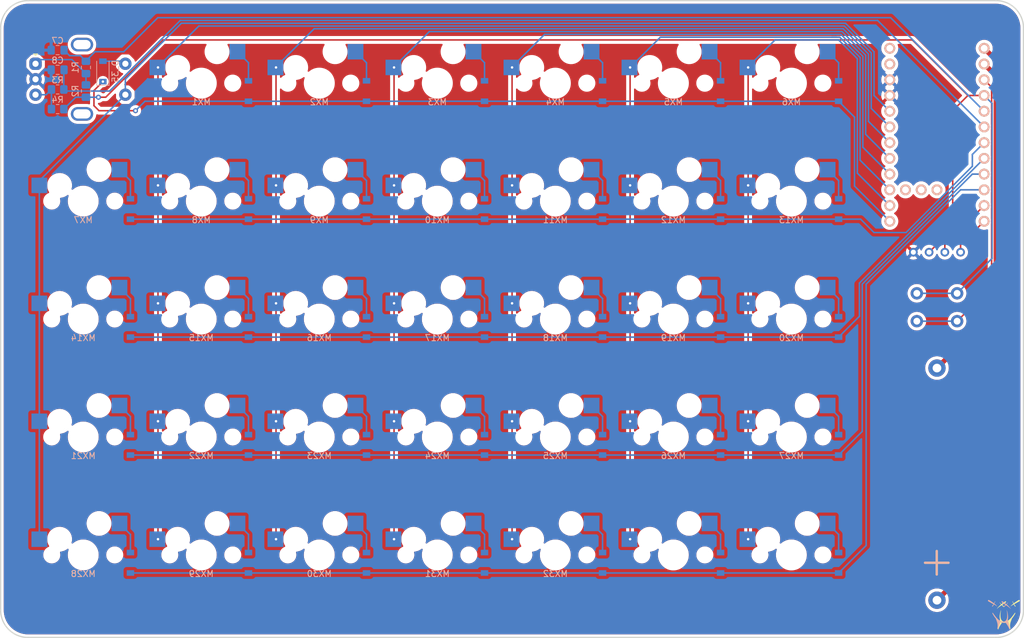
<source format=kicad_pcb>
(kicad_pcb (version 20211014) (generator pcbnew)
  (layers (0 "F.Cu" signal) (31 "B.Cu" signal) (34 "B.Paste" user) (35 "F.Paste" user) (36 "B.SilkS" user "B.Silkscreen") (37 "F.SilkS" user "F.Silkscreen") (38 "B.Mask" user) (39 "F.Mask" user) (44 "Edge.Cuts" user))
  (net 0 "")
  (net 1 "Net-(BATT1-Pad1)")
  (net 2 "Net-(BATT1-Pad2)")
  (net 3 "VCC")
  (net 4 "Net-(R1-Pad2)")
  (net 5 "Net-(SW1-Pad2)")
  (net 9 "Earth")
  (net 12 "row0")
  (net 13 "row1")
  (net 14 "row2")
  (net 15 "row3")
  (net 16 "row4")
  (net 17 "col1")
  (net 18 "col2")
  (net 19 "col3")
  (net 20 "col4")
  (net 21 "col5")
  (net 22 "col6")
  (net 23 "col0")
  (net 24 "Net-(OLED1-Pad3)")
  (net 25 "Net-(OLED1-Pad4)")
  (net 26 "Net-(D_1-Pad2)")
  (net 27 "Net-(D_2-Pad2)")
  (net 28 "Net-(D_3-Pad2)")
  (net 29 "Net-(D_4-Pad2)")
  (net 30 "Net-(R3-Pad1)")
  (net 31 "Net-(D_5-Pad2)")
  (net 32 "Net-(D_6-Pad2)")
  (net 33 "Net-(D_7-Pad2)")
  (net 34 "Net-(D_8-Pad2)")
  (net 35 "Net-(D_9-Pad2)")
  (net 36 "Net-(D_10-Pad2)")
  (net 37 "Net-(D_11-Pad2)")
  (net 38 "Net-(D_12-Pad2)")
  (net 39 "Net-(D_13-Pad2)")
  (net 40 "Net-(D_14-Pad2)")
  (net 41 "Net-(D_15-Pad2)")
  (net 42 "Net-(D_16-Pad2)")
  (net 43 "Net-(D_17-Pad2)")
  (net 44 "Net-(D_18-Pad2)")
  (net 45 "Net-(D_19-Pad2)")
  (net 46 "Net-(D_20-Pad2)")
  (net 47 "Net-(D_21-Pad2)")
  (net 48 "Net-(D_22-Pad2)")
  (net 49 "Net-(D_23-Pad2)")
  (net 50 "Net-(D_24-Pad2)")
  (net 51 "Net-(D_25-Pad2)")
  (net 52 "Net-(D_26-Pad2)")
  (net 53 "Net-(D_27-Pad2)")
  (net 54 "Net-(D_28-Pad2)")
  (net 55 "Net-(D_29-Pad2)")
  (net 56 "Net-(D_30-Pad2)")
  (net 57 "Net-(D_31-Pad2)")
  (net 58 "Net-(D_32-Pad2)")
  (net 59 "Net-(D_33-Pad2)")
  (net 60 "Net-(D_34-Pad2)")
  (net 61 "P0.31")
  (net 62 "P0.29")
  (net 63 "Net-(RE1-PadS2)")
  (footprint "MX_Only:MXOnly-1U-Hotswap-NoLED" (layer "F.Cu") (at 135.89 123.19)
    (fp_text reference "MX33")
    (fp_text value "MX-NoLED")
  )
  (footprint "MX_Only:MXOnly-1U-Hotswap-NoLED" (layer "F.Cu") (at 97.79 123.19)
    (fp_text reference "MX31")
    (fp_text value "MX-NoLED")
  )
  (footprint "MX_Only:MXOnly-1U-Hotswap-NoLED" (layer "F.Cu") (at 59.69 104.14)
    (fp_text reference "MX22")
    (fp_text value "MX-NoLED")
  )
  (footprint "MX_Only:MXOnly-1U-Hotswap-NoLED" (layer "F.Cu") (at 116.84 66.04)
    (fp_text reference "MX11")
    (fp_text value "MX-NoLED")
  )
  (footprint "Logos:Logo" (layer "F.Cu") (at 189.865 132.715)
    (fp_text reference "REF**" hide)
    (fp_text value "Logo" hide)
  )
  (footprint "yuchi_kbd_lib:OLED_4Pin" (layer "F.Cu") (at 178.425 74.295)
    (fp_text reference "OLED1" hide)
    (fp_text value "Conn_01x04" hide)
  )
  (footprint "MX_Only:MXOnly-1U-Hotswap-NoLED" (layer "F.Cu") (at 78.74 123.19)
    (fp_text reference "MX30")
    (fp_text value "MX-NoLED")
  )
  (footprint "MX_Only:MXOnly-1U-Hotswap-NoLED" (layer "F.Cu") (at 78.74 85.09)
    (fp_text reference "MX16")
    (fp_text value "MX-NoLED")
  )
  (footprint "MX_Only:MXOnly-1U-Hotswap-NoLED" (layer "F.Cu") (at 135.89 104.14)
    (fp_text reference "MX26")
    (fp_text value "MX-NoLED")
  )
  (footprint "MX_Only:MXOnly-1U-Hotswap-NoLED" (layer "F.Cu") (at 135.89 66.04)
    (fp_text reference "MX12")
    (fp_text value "MX-NoLED")
  )
  (footprint "MX_Only:MXOnly-1U-Hotswap-NoLED" (layer "F.Cu") (at 154.94 46.99)
    (fp_text reference "MX6")
    (fp_text value "MX-NoLED")
  )
  (footprint "MX_Only:MXOnly-1U-Hotswap-NoLED" (layer "F.Cu") (at 154.94 104.14)
    (fp_text reference "MX27")
    (fp_text value "MX-NoLED")
  )
  (footprint "MX_Only:MXOnly-1U-Hotswap-NoLED" (layer "F.Cu") (at 154.94 85.09)
    (fp_text reference "MX20")
    (fp_text value "MX-NoLED")
  )
  (footprint "MX_Only:MXOnly-1U-Hotswap-NoLED" (layer "F.Cu") (at 40.64 85.09)
    (fp_text reference "MX14")
    (fp_text value "MX-NoLED")
  )
  (footprint "MX_Only:MXOnly-1U-Hotswap-NoLED" (layer "F.Cu") (at 116.84 104.14)
    (fp_text reference "MX25")
    (fp_text value "MX-NoLED")
  )
  (footprint "Rotary_Encoder:RotaryEncoder_Alps_EC11E-Switch_Vertical_H20mm" (layer "F.Cu") (at 32.94 43.855)
    (fp_text reference "RE1" hide)
    (fp_text value "RotaryEncoder_Switch")
  )
  (footprint "MX_Only:MXOnly-1U-Hotswap-NoLED" (layer "F.Cu") (at 40.64 104.14)
    (fp_text reference "MX21")
    (fp_text value "MX-NoLED")
  )
  (footprint "MX_Only:MXOnly-1U-Hotswap-NoLED" (layer "F.Cu") (at 135.89 85.09)
    (fp_text reference "MX19")
    (fp_text value "MX-NoLED")
  )
  (footprint "MX_Only:MXOnly-1U-Hotswap-NoLED" (layer "F.Cu") (at 154.94 123.19)
    (fp_text reference "MX34")
    (fp_text value "MX-NoLED")
  )
  (footprint "MX_Only:MXOnly-1U-Hotswap-NoLED" (layer "F.Cu") (at 40.64 66.04)
    (fp_text reference "MX7")
    (fp_text value "MX-NoLED")
  )
  (footprint "MX_Only:MXOnly-1U-Hotswap-NoLED" (layer "F.Cu") (at 59.69 66.04)
    (fp_text reference "MX8")
    (fp_text value "MX-NoLED")
  )
  (footprint "nice-nano-kicad-master:nice_nano" (layer "F.Cu") (at 178.435 55.32675 -90)
    (fp_text reference "U1" hide)
    (fp_text value "nice_nano" hide)
  )
  (footprint "MX_Only:MXOnly-1U-Hotswap-NoLED" (layer "F.Cu") (at 78.74 66.04)
    (fp_text reference "MX9")
    (fp_text value "MX-NoLED")
  )
  (footprint "MX_Only:MXOnly-1U-Hotswap-NoLED" (layer "F.Cu") (at 97.79 104.14)
    (fp_text reference "MX24")
    (fp_text value "MX-NoLED")
  )
  (footprint "MX_Only:MXOnly-1U-Hotswap-NoLED" (layer "F.Cu") (at 59.69 46.99)
    (fp_text reference "MX1")
    (fp_text value "MX-NoLED")
  )
  (footprint "MX_Only:MXOnly-1U-Hotswap-NoLED" (layer "F.Cu") (at 97.79 46.99)
    (fp_text reference "MX3")
    (fp_text value "MX-NoLED")
  )
  (footprint "MX_Only:MXOnly-1U-Hotswap-NoLED" (layer "F.Cu") (at 97.79 85.09)
    (fp_text reference "MX17")
    (fp_text value "MX-NoLED")
  )
  (footprint "MX_Only:MXOnly-1U-Hotswap-NoLED" (layer "F.Cu") (at 59.69 123.19)
    (fp_text reference "MX29")
    (fp_text value "MX-NoLED")
  )
  (footprint "Button_Switch_THT:SW_PUSH_6mm_H5mm" (layer "F.Cu") (at 175.185 80.935)
    (fp_text reference "SW1" hide)
    (fp_text value "SW_Push_Dual")
  )
  (footprint "MX_Only:MXOnly-1U-Hotswap-NoLED" (layer "F.Cu") (at 97.79 66.04)
    (fp_text reference "MX10")
    (fp_text value "MX-NoLED")
  )
  (footprint "MX_Only:MXOnly-1U-Hotswap-NoLED" (layer "F.Cu") (at 154.94 66.04)
    (fp_text reference "MX13")
    (fp_text value "MX-NoLED")
  )
  (footprint "MX_Only:MXOnly-1U-Hotswap-NoLED" (layer "F.Cu") (at 40.64 123.19)
    (fp_text reference "MX28")
    (fp_text value "MX-NoLED")
  )
  (footprint "Capacitor_THT:C_Rect_L41.5mm_W20.0mm_P37.50mm_MKS4" (layer "F.Cu") (at 178.435 93.01 -90)
    (fp_text reference "BATT1" hide)
    (fp_text value "Conn_02x01")
  )
  (footprint "MX_Only:MXOnly-1U-Hotswap-NoLED" (layer "F.Cu") (at 59.69 85.09)
    (fp_text reference "MX15")
    (fp_text value "MX-NoLED")
  )
  (footprint "MX_Only:MXOnly-1U-Hotswap-NoLED" (layer "F.Cu") (at 78.74 104.14)
    (fp_text reference "MX23")
    (fp_text value "MX-NoLED")
  )
  (footprint "MX_Only:MXOnly-1U-Hotswap-NoLED" (layer "F.Cu") (at 135.89 46.99)
    (fp_text reference "MX5")
    (fp_text value "MX-NoLED")
  )
  (footprint "MX_Only:MXOnly-1U-Hotswap-NoLED" (layer "F.Cu") (at 116.84 123.19)
    (fp_text reference "MX32")
    (fp_text value "MX-NoLED")
  )
  (footprint "MX_Only:MXOnly-1U-Hotswap-NoLED" (layer "F.Cu") (at 116.84 85.09)
    (fp_text reference "MX18")
    (fp_text value "MX-NoLED")
  )
  (footprint "MX_Only:MXOnly-1U-Hotswap-NoLED" (layer "F.Cu") (at 78.74 46.99)
    (fp_text reference "MX2")
    (fp_text value "MX-NoLED")
  )
  (footprint "MX_Only:MXOnly-1U-Hotswap-NoLED" (layer "F.Cu") (at 116.84 46.99)
    (fp_text reference "MX4")
    (fp_text value "MX-NoLED")
  )
  (footprint "Diode_SMD:D_SOD-123" (layer "B.Cu") (at 86.36 105.41 90)
    (fp_text reference "D_23" hide)
    (fp_text value "D")
  )
  (footprint "Resistor_SMD:R_0805_2012Metric_Pad1.20x1.40mm_HandSolder" (layer "B.Cu") (at 36.507 51.181 180)
    (fp_text reference "R4")
    (fp_text value "R_Small")
  )
  (footprint "Diode_SMD:D_SOD-123" (layer "B.Cu") (at 67.31 105.41 90)
    (fp_text reference "D_22" hide)
    (fp_text value "D")
  )
  (footprint "Diode_SMD:D_SOD-123" (layer "B.Cu") (at 124.46 67.31 90)
    (fp_text reference "D_11" hide)
    (fp_text value "D")
  )
  (footprint "Diode_SMD:D_SOD-123" (layer "B.Cu") (at 48.26 124.46 90)
    (fp_text reference "D_28" hide)
    (fp_text value "D")
  )
  (footprint "Diode_SMD:D_SOD-123" (layer "B.Cu") (at 143.51 86.36 90)
    (fp_text reference "D_19" hide)
    (fp_text value "D")
  )
  (footprint "Diode_SMD:D_SOD-123" (layer "B.Cu") (at 67.31 48.26 90)
    (fp_text reference "D_1" hide)
    (fp_text value "D")
  )
  (footprint "Diode_SMD:D_SOD-123" (layer "B.Cu") (at 48.26 105.41 90)
    (fp_text reference "D_21" hide)
    (fp_text value "D")
  )
  (footprint "Diode_SMD:D_SOD-123" (layer "B.Cu") (at 162.56 86.36 90)
    (fp_text reference "D_20" hide)
    (fp_text value "D")
  )
  (footprint "Diode_SMD:D_SOD-123" (layer "B.Cu") (at 105.41 105.41 90)
    (fp_text reference "D_24" hide)
    (fp_text value "D")
  )
  (footprint "Diode_SMD:D_SOD-123" (layer "B.Cu") (at 86.36 86.36 90)
    (fp_text reference "D_16" hide)
    (fp_text value "D")
  )
  (footprint "Capacitor_SMD:C_0805_2012Metric_Pad1.18x1.45mm_HandSolder" (layer "B.Cu") (at 36.507 41.656)
    (fp_text reference "C7")
    (fp_text value "C_Small")
  )
  (footprint "Diode_SMD:D_SOD-123" (layer "B.Cu") (at 143.51 67.31 90)
    (fp_text reference "D_12" hide)
    (fp_text value "D")
  )
  (footprint "Diode_SMD:D_SOD-123" (layer "B.Cu") (at 162.56 48.26 90)
    (fp_text reference "D_6" hide)
    (fp_text value "D")
  )
  (footprint "Diode_SMD:D_SOD-123" (layer "B.Cu") (at 48.26 67.31 90)
    (fp_text reference "D_7" hide)
    (fp_text value "D")
  )
  (footprint "Diode_SMD:D_SOD-123" (layer "B.Cu") (at 124.46 48.26 90)
    (fp_text reference "D_4" hide)
    (fp_text value "D")
  )
  (footprint "Diode_SMD:D_SOD-123" (layer "B.Cu") (at 105.41 48.26 90)
    (fp_text reference "D_3" hide)
    (fp_text value "D")
  )
  (footprint "Diode_SMD:D_SOD-123" (layer "B.Cu") (at 67.31 124.46 90)
    (fp_text reference "D_29" hide)
    (fp_text value "D")
  )
  (footprint "Diode_SMD:D_SOD-123" (layer "B.Cu") (at 86.36 67.31 90)
    (fp_text reference "D_9" hide)
    (fp_text value "D")
  )
  (footprint "Diode_SMD:D_SOD-123" (layer "B.Cu") (at 124.46 124.46 90)
    (fp_text reference "D_32" hide)
    (fp_text value "D")
  )
  (footprint "Capacitor_SMD:C_0805_2012Metric_Pad1.18x1.45mm_HandSolder" (layer "B.Cu") (at 36.507 44.831 180)
    (fp_text reference "C8")
    (fp_text value "C_Small")
  )
  (footprint "Diode_SMD:D_SOD-123" (layer "B.Cu") (at 86.36 124.46 90)
    (fp_text reference "D_30" hide)
    (fp_text value "D")
  )
  (footprint "Resistor_SMD:R_0805_2012Metric_Pad1.20x1.40mm_HandSolder" (layer "B.Cu") (at 41.079 44.45 -90)
    (fp_text reference "R1")
    (fp_text value "R_Small")
  )
  (footprint "Diode_SMD:D_SOD-123" (layer "B.Cu") (at 162.56 105.41 90)
    (fp_text reference "D_27" hide)
    (fp_text value "D")
  )
  (footprint "Diode_SMD:D_SOD-123" (layer "B.Cu") (at 67.31 67.31 90)
    (fp_text reference "D_8" hide)
    (fp_text value "D")
  )
  (footprint "Logos:Logo" (layer "B.Cu") (at 188.595 132.715 180)
    (fp_text reference "REF**" hide)
    (fp_text value "Logo" hide)
  )
  (footprint "Diode_SMD:D_SOD-123" (layer "B.Cu") (at 86.36 48.26 90)
    (fp_text reference "D_2" hide)
    (fp_text value "D")
  )
  (footprint "Diode_SMD:D_SOD-123" (layer "B.Cu") (at 43.815 45.085 90)
    (fp_text reference "D_35")
    (fp_text value "D")
  )
  (footprint "Diode_SMD:D_SOD-123" (layer "B.Cu") (at 48.26 86.36 90)
    (fp_text reference "D_14" hide)
    (fp_text value "D")
  )
  (footprint "Diode_SMD:D_SOD-123" (layer "B.Cu") (at 105.41 124.46 90)
    (fp_text reference "D_31" hide)
    (fp_text value "D")
  )
  (footprint "Diode_SMD:D_SOD-123" (layer "B.Cu") (at 124.46 105.41 90)
    (fp_text reference "D_25" hide)
    (fp_text value "D")
  )
  (footprint "Diode_SMD:D_SOD-123" (layer "B.Cu") (at 143.51 124.46 90)
    (fp_text reference "D_33" hide)
    (fp_text value "D")
  )
  (footprint "Resistor_SMD:R_0805_2012Metric_Pad1.20x1.40mm_HandSolder" (layer "B.Cu") (at 36.507 48.006)
    (fp_text reference "R3")
    (fp_text value "R_Small")
  )
  (footprint "Diode_SMD:D_SOD-123" (layer "B.Cu") (at 143.51 48.26 90)
    (fp_text reference "D_5" hide)
    (fp_text value "D")
  )
  (footprint "Diode_SMD:D_SOD-123" (layer "B.Cu") (at 143.51 105.41 90)
    (fp_text reference "D_26" hide)
    (fp_text value "D")
  )
  (footprint "Diode_SMD:D_SOD-123" (layer "B.Cu") (at 162.56 67.31 90)
    (fp_text reference "D_13" hide)
    (fp_text value "D")
  )
  (footprint "Diode_SMD:D_SOD-123" (layer "B.Cu") (at 105.41 67.31 90)
    (fp_text reference "D_10" hide)
    (fp_text value "D")
  )
  (footprint "Diode_SMD:D_SOD-123" (layer "B.Cu") (at 105.41 86.36 90)
    (fp_text reference "D_17" hide)
    (fp_text value "D")
  )
  (footprint "Diode_SMD:D_SOD-123" (layer "B.Cu") (at 67.31 86.36 90)
    (fp_text reference "D_15" hide)
    (fp_text value "D")
  )
  (footprint "Diode_SMD:D_SOD-123" (layer "B.Cu") (at 124.46 86.36 90)
    (fp_text reference "D_18" hide)
    (fp_text value "D")
  )
  (footprint "Resistor_SMD:R_0805_2012Metric_Pad1.20x1.40mm_HandSolder" (layer "B.Cu") (at 41.079 48.26 90)
    (fp_text reference "R2")
    (fp_text value "R_Small")
  )
  (footprint "Diode_SMD:D_SOD-123" (layer "B.Cu") (at 162.56 124.46 90)
    (fp_text reference "D_34" hide)
    (fp_text value "D")
  )
  (gr_arc (start 31.75 136.525) (mid 28.602727 135.227273) (end 27.305 132.08) (layer "Edge.Cuts") (width 0.2))
  (gr_arc (start 192.405 132.08) (mid 191.107487 135.227487) (end 187.96 136.525) (layer "Edge.Cuts") (width 0.2))
  (gr_line (start 187.96 33.655) (end 31.75 33.655) (layer "Edge.Cuts") (width 0.2))
  (gr_arc (start 187.96 33.655) (mid 191.106908 34.953092) (end 192.405 38.1) (layer "Edge.Cuts") (width 0.2))
  (gr_line (start 27.305 38.1) (end 27.305 132.08) (layer "Edge.Cuts") (width 0.2))
  (gr_arc (start 27.305 38.1) (mid 28.60691 34.95691) (end 31.75 33.655) (layer "Edge.Cuts") (width 0.2))
  (gr_line (start 31.75 136.525) (end 187.96 136.525) (layer "Edge.Cuts") (width 0.2))
  (gr_line (start 192.405 132.08) (end 192.405 38.1) (layer "Edge.Cuts") (width 0.2))
  (segment (start 186.055 43.89675) (end 187.980331 45.822081) (width 0.8) (layer "F.Cu") (net 1))
  (segment (start 187.980331 45.822081) (end 187.980331 83.464669) (width 0.8) (layer "F.Cu") (net 1))
  (segment (start 187.980331 83.464669) (end 178.435 93.01) (width 0.8) (layer "F.Cu") (net 1))
  (segment (start 188.97985 119.96515) (end 178.435 130.51) (width 0.8) (layer "F.Cu") (net 2))
  (segment (start 188.97985 44.2816) (end 188.97985 119.96515) (width 0.8) (layer "F.Cu") (net 2))
  (segment (start 186.055 41.35675) (end 188.97985 44.2816) (width 0.8) (layer "F.Cu") (net 2))
  (segment (start 44.27 49.26) (end 53.525 40.005) (width 0.25) (layer "F.Cu") (net 3))
  (segment (start 174.4615 40.005) (end 183.43325 48.97675) (width 0.25) (layer "F.Cu") (net 3))
  (segment (start 53.525 40.005) (end 174.4615 40.005) (width 0.25) (layer "F.Cu") (net 3))
  (segment (start 183.43325 48.97675) (end 186.055 48.97675) (width 0.25) (layer "F.Cu") (net 3))
  (segment (start 180.975 51.435) (end 183.43325 48.97675) (width 0.25) (layer "F.Cu") (net 3))
  (segment (start 43.095 49.26) (end 43.095 49.165) (width 0.25) (layer "F.Cu") (net 3))
  (segment (start 180.975 70.485) (end 177.165 74.295) (width 0.25) (layer "F.Cu") (net 3))
  (segment (start 180.975 51.435) (end 180.975 70.485) (width 0.25) (layer "F.Cu") (net 3))
  (segment (start 43.095 49.26) (end 44.27 49.26) (width 0.25) (layer "F.Cu") (net 3))
  (via (at 43.095 49.26) (size 0.8) (drill 0.4) (layers "F.Cu" "B.Cu") (net 3))
  (segment (start 187.325 50.24675) (end 186.055 48.97675) (width 0.25) (layer "B.Cu") (net 3))
  (segment (start 41.079 49.26) (end 43.095 49.26) (width 0.25) (layer "B.Cu") (net 3))
  (segment (start 187.325 75.295) (end 187.325 50.24675) (width 0.25) (layer "B.Cu") (net 3))
  (segment (start 181.685 80.935) (end 187.325 75.295) (width 0.25) (layer "B.Cu") (net 3))
  (segment (start 41.079 49.26) (end 39.428 49.26) (width 0.25) (layer "B.Cu") (net 3))
  (segment (start 39.428 49.26) (end 37.507 51.181) (width 0.25) (layer "B.Cu") (net 3))
  (segment (start 181.685 80.935) (end 175.185 80.935) (width 0.25) (layer "B.Cu") (net 3))
  (segment (start 33.68 43.18) (end 33.005 43.855) (width 0.25) (layer "B.Cu") (net 4))
  (segment (start 41.079 45.45) (end 41.079 47.26) (width 0.25) (layer "B.Cu") (net 4))
  (segment (start 38.809 43.18) (end 33.68 43.18) (width 0.25) (layer "B.Cu") (net 4))
  (segment (start 41.079 45.45) (end 38.809 43.18) (width 0.25) (layer "B.Cu") (net 4))
  (segment (start 187.255811 47.637561) (end 187.255811 79.864189) (width 0.25) (layer "F.Cu") (net 5))
  (segment (start 187.255811 79.864189) (end 181.685 85.435) (width 0.25) (layer "F.Cu") (net 5))
  (segment (start 186.055 46.43675) (end 187.255811 47.637561) (width 0.25) (layer "F.Cu") (net 5))
  (segment (start 175.185 85.435) (end 181.685 85.435) (width 0.25) (layer "B.Cu") (net 5))
  (segment (start 42.370489 48.180511) (end 42.370489 50.625489) (width 0.25) (layer "F.Cu") (net 12))
  (segment (start 43.815 46.736) (end 42.370489 48.180511) (width 0.25) (layer "F.Cu") (net 12))
  (segment (start 43.18 51.435) (end 49.08 51.435) (width 0.25) (layer "F.Cu") (net 12))
  (segment (start 42.370489 50.625489) (end 43.18 51.435) (width 0.25) (layer "F.Cu") (net 12))
  (via (at 49.08 51.435) (size 0.8) (drill 0.4) (layers "F.Cu" "B.Cu") (net 12))
  (via (at 43.815 46.736) (size 0.8) (drill 0.4) (layers "F.Cu" "B.Cu") (net 12))
  (segment (start 49.08 51.435) (end 50.605 49.91) (width 0.25) (layer "B.Cu") (net 12))
  (segment (start 165.12836 52.47836) (end 162.56 49.91) (width 0.25) (layer "B.Cu") (net 12))
  (segment (start 170.815 69.29675) (end 165.12836 63.61011) (width 0.25) (layer "B.Cu") (net 12))
  (segment (start 50.605 49.91) (end 67.31 49.91) (width 0.25) (layer "B.Cu") (net 12))
  (segment (start 165.12836 63.61011) (end 165.12836 52.47836) (width 0.25) (layer "B.Cu") (net 12))
  (segment (start 67.31 49.91) (end 162.56 49.91) (width 0.25) (layer "B.Cu") (net 12))
  (segment (start 162.56 49.91) (end 162.94 49.91) (width 0.25) (layer "B.Cu") (net 12))
  (segment (start 48.26 68.96) (end 162.56 68.96) (width 0.25) (layer "B.Cu") (net 13))
  (segment (start 166.115 68.96) (end 162.56 68.96) (width 0.25) (layer "B.Cu") (net 13))
  (segment (start 168.275 71.12) (end 166.115 68.96) (width 0.25) (layer "B.Cu") (net 13))
  (segment (start 184.15 60.406032) (end 173.436032 71.12) (width 0.25) (layer "B.Cu") (net 13))
  (segment (start 173.436032 71.12) (end 168.275 71.12) (width 0.25) (layer "B.Cu") (net 13))
  (segment (start 184.15 58.50175) (end 184.15 60.406032) (width 0.25) (layer "B.Cu") (net 13))
  (segment (start 186.055 56.59675) (end 184.15 58.50175) (width 0.25) (layer "B.Cu") (net 13))
  (segment (start 48.26 88.01) (end 162.56 88.01) (width 0.25) (layer "B.Cu") (net 14))
  (segment (start 186.055 59.69) (end 186.055 59.13675) (width 0.25) (layer "B.Cu") (net 14))
  (segment (start 165.92048 84.64952) (end 165.92048 79.27127) (width 0.25) (layer "B.Cu") (net 14))
  (segment (start 162.56 88.01) (end 165.92048 84.64952) (width 0.25) (layer "B.Cu") (net 14))
  (segment (start 165.92048 79.27127) (end 186.055 59.13675) (width 0.25) (layer "B.Cu") (net 14))
  (segment (start 184.150718 61.67675) (end 166.37 79.457468) (width 0.25) (layer "B.Cu") (net 15))
  (segment (start 48.26 107.06) (end 162.56 107.06) (width 0.25) (layer "B.Cu") (net 15))
  (segment (start 166.37 79.457468) (end 166.37 103.25) (width 0.25) (layer "B.Cu") (net 15))
  (segment (start 166.37 103.25) (end 162.56 107.06) (width 0.25) (layer "B.Cu") (net 15))
  (segment (start 186.055 61.67675) (end 184.150718 61.67675) (width 0.25) (layer "B.Cu") (net 15))
  (segment (start 167.005 79.458186) (end 167.005 121.665) (width 0.25) (layer "B.Cu") (net 16))
  (segment (start 48.26 126.11) (end 162.56 126.11) (width 0.25) (layer "B.Cu") (net 16))
  (segment (start 167.005 121.665) (end 162.56 126.11) (width 0.25) (layer "B.Cu") (net 16))
  (segment (start 182.246436 64.21675) (end 167.005 79.458186) (width 0.25) (layer "B.Cu") (net 16))
  (segment (start 186.055 64.21675) (end 182.246436 64.21675) (width 0.25) (layer "B.Cu") (net 16))
  (segment (start 52.705 44.45) (end 52.705 120.65) (width 0.25) (layer "F.Cu") (net 17))
  (via (at 52.705 63.5) (size 0.8) (drill 0.4) (layers "F.Cu" "B.Cu") (net 17))
  (via (at 52.705 44.45) (size 0.8) (drill 0.4) (layers "F.Cu" "B.Cu") (net 17))
  (via (at 52.705 82.55) (size 0.8) (drill 0.4) (layers "F.Cu" "B.Cu") (net 17))
  (via (at 52.705 120.65) (size 0.8) (drill 0.4) (layers "F.Cu" "B.Cu") (net 17))
  (via (at 52.705 101.6) (size 0.8) (drill 0.4) (layers "F.Cu" "B.Cu") (net 17))
  (segment (start 163.486682 37.7574) (end 59.2976 37.7574) (width 0.25) (layer "B.Cu") (net 17))
  (segment (start 167.82548 51.06723) (end 167.82548 42.096198) (width 0.25) (layer "B.Cu") (net 17))
  (segment (start 170.815 54.05675) (end 167.82548 51.06723) (width 0.25) (layer "B.Cu") (net 17))
  (segment (start 59.2976 37.7574) (end 52.605 44.45) (width 0.25) (layer "B.Cu") (net 17))
  (segment (start 167.82548 42.096198) (end 163.486682 37.7574) (width 0.25) (layer "B.Cu") (net 17))
  (segment (start 71.755 120.65) (end 71.755 44.45) (width 0.25) (layer "F.Cu") (net 18))
  (via (at 71.755 82.55) (size 0.8) (drill 0.4) (layers "F.Cu" "B.Cu") (net 18))
  (via (at 71.755 101.6) (size 0.8) (drill 0.4) (layers "F.Cu" "B.Cu") (net 18))
  (via (at 71.755 63.5) (size 0.8) (drill 0.4) (layers "F.Cu" "B.Cu") (net 18))
  (via (at 71.755 44.45) (size 0.8) (drill 0.4) (layers "F.Cu" "B.Cu") (net 18))
  (via (at 71.755 120.65) (size 0.8) (drill 0.4) (layers "F.Cu" "B.Cu") (net 18))
  (segment (start 163.300484 38.20692) (end 77.89808 38.20692) (width 0.25) (layer "B.Cu") (net 18))
  (segment (start 167.37596 42.282396) (end 163.300484 38.20692) (width 0.25) (layer "B.Cu") (net 18))
  (segment (start 167.37596 53.15771) (end 167.37596 42.282396) (width 0.25) (layer "B.Cu") (net 18))
  (segment (start 77.89808 38.20692) (end 71.655 44.45) (width 0.25) (layer "B.Cu") (net 18))
  (segment (start 170.815 56.59675) (end 167.37596 53.15771) (width 0.25) (layer "B.Cu") (net 18))
  (segment (start 90.805 44.45) (end 90.805 120.65) (width 0.25) (layer "F.Cu") (net 19))
  (via (at 90.805 101.6) (size 0.8) (drill 0.4) (layers "F.Cu" "B.Cu") (net 19))
  (via (at 90.805 82.55) (size 0.8) (drill 0.4) (layers "F.Cu" "B.Cu") (net 19))
  (via (at 90.805 44.45) (size 0.8) (drill 0.4) (layers "F.Cu" "B.Cu") (net 19))
  (via (at 90.805 63.5) (size 0.8) (drill 0.4) (layers "F.Cu" "B.Cu") (net 19))
  (via (at 90.805 120.65) (size 0.8) (drill 0.4) (layers "F.Cu" "B.Cu") (net 19))
  (segment (start 163.114286 38.65644) (end 96.49856 38.65644) (width 0.25) (layer "B.Cu") (net 19))
  (segment (start 96.49856 38.65644) (end 90.705 44.45) (width 0.25) (layer "B.Cu") (net 19))
  (segment (start 166.92644 55.24819) (end 166.92644 42.468594) (width 0.25) (layer "B.Cu") (net 19))
  (segment (start 170.815 59.13675) (end 166.92644 55.24819) (width 0.25) (layer "B.Cu") (net 19))
  (segment (start 166.92644 42.468594) (end 163.114286 38.65644) (width 0.25) (layer "B.Cu") (net 19))
  (segment (start 109.855 120.65) (end 109.855 44.45) (width 0.25) (layer "F.Cu") (net 20))
  (via (at 109.855 82.55) (size 0.8) (drill 0.4) (layers "F.Cu" "B.Cu") (net 20))
  (via (at 109.855 101.6) (size 0.8) (drill 0.4) (layers "F.Cu" "B.Cu") (net 20))
  (via (at 109.855 120.65) (size 0.8) (drill 0.4) (layers "F.Cu" "B.Cu") (net 20))
  (via (at 109.855 44.45) (size 0.8) (drill 0.4) (layers "F.Cu" "B.Cu") (net 20))
  (via (at 109.855 63.5) (size 0.8) (drill 0.4) (layers "F.Cu" "B.Cu") (net 20))
  (segment (start 166.47692 57.33867) (end 166.47692 42.654792) (width 0.25) (layer "B.Cu") (net 20))
  (segment (start 166.47692 42.654792) (end 162.928088 39.10596) (width 0.25) (layer "B.Cu") (net 20))
  (segment (start 162.928088 39.10596) (end 115.09904 39.10596) (width 0.25) (layer "B.Cu") (net 20))
  (segment (start 115.09904 39.10596) (end 109.755 44.45) (width 0.25) (layer "B.Cu") (net 20))
  (segment (start 170.815 61.67675) (end 166.47692 57.33867) (width 0.25) (layer "B.Cu") (net 20))
  (segment (start 128.905 44.45) (end 128.905 120.65) (width 0.25) (layer "F.Cu") (net 21))
  (via (at 128.905 82.55) (size 0.8) (drill 0.4) (layers "F.Cu" "B.Cu") (net 21))
  (via (at 128.905 63.5) (size 0.8) (drill 0.4) (layers "F.Cu" "B.Cu") (net 21))
  (via (at 128.905 101.6) (size 0.8) (drill 0.4) (layers "F.Cu" "B.Cu") (net 21))
  (via (at 128.905 120.65) (size 0.8) (drill 0.4) (layers "F.Cu" "B.Cu") (net 21))
  (via (at 128.905 44.45) (size 0.8) (drill 0.4) (layers "F.Cu" "B.Cu") (net 21))
  (segment (start 166.0274 42.84099) (end 162.74189 39.55548) (width 0.25) (layer "B.Cu") (net 21))
  (segment (start 170.815 64.21675) (end 166.0274 59.42915) (width 0.25) (layer "B.Cu") (net 21))
  (segment (start 166.0274 59.42915) (end 166.0274 42.84099) (width 0.25) (layer "B.Cu") (net 21))
  (segment (start 161.47548 39.55548) (end 162.23722 39.55548) (width 0.25) (layer "B.Cu") (net 21))
  (segment (start 133.79952 39.55548) (end 161.47548 39.55548) (width 0.25) (layer "B.Cu") (net 21))
  (segment (start 162.74189 39.55548) (end 161.47548 39.55548) (width 0.25) (layer "B.Cu") (net 21))
  (segment (start 128.905 44.45) (end 133.79952 39.55548) (width 0.25) (layer "B.Cu") (net 21))
  (segment (start 147.955 120.65) (end 147.955 44.45) (width 0.25) (layer "F.Cu") (net 22))
  (via (at 147.955 63.5) (size 0.8) (drill 0.4) (layers "F.Cu" "B.Cu") (net 22))
  (via (at 147.955 101.6) (size 0.8) (drill 0.4) (layers "F.Cu" "B.Cu") (net 22))
  (via (at 147.955 120.65) (size 0.8) (drill 0.4) (layers "F.Cu" "B.Cu") (net 22))
  (via (at 147.955 44.45) (size 0.8) (drill 0.4) (layers "F.Cu" "B.Cu") (net 22))
  (via (at 147.955 82.55) (size 0.8) (drill 0.4) (layers "F.Cu" "B.Cu") (net 22))
  (segment (start 162.555692 40.005) (end 152.3 40.005) (width 0.25) (layer "B.Cu") (net 22))
  (segment (start 165.57788 43.027188) (end 162.555692 40.005) (width 0.25) (layer "B.Cu") (net 22))
  (segment (start 165.57788 61.51963) (end 165.57788 43.027188) (width 0.25) (layer "B.Cu") (net 22))
  (segment (start 152.3 40.005) (end 147.855 44.45) (width 0.25) (layer "B.Cu") (net 22))
  (segment (start 170.815 66.75675) (end 165.57788 61.51963) (width 0.25) (layer "B.Cu") (net 22))
  (segment (start 163.67288 37.30788) (end 56.481778 37.30788) (width 0.25) (layer "B.Cu") (net 23))
  (segment (start 56.481778 37.30788) (end 47.44 46.349658) (width 0.25) (layer "B.Cu") (net 23))
  (segment (start 33.555 63.5) (end 33.555 120.65) (width 0.25) (layer "B.Cu") (net 23))
  (segment (start 170.815 51.51675) (end 168.275 48.97675) (width 0.25) (layer "B.Cu") (net 23))
  (segment (start 47.44 46.349658) (end 47.44 48.855) (width 0.25) (layer "B.Cu") (net 23))
  (segment (start 168.275 48.97675) (end 168.275 41.91) (width 0.25) (layer "B.Cu") (net 23))
  (segment (start 33.555 63.5) (end 33.555 63.19) (width 0.25) (layer "B.Cu") (net 23))
  (segment (start 33.105 63.19) (end 47.44 48.855) (width 0.25) (layer "B.Cu") (net 23))
  (segment (start 168.275 41.91) (end 163.67288 37.30788) (width 0.25) (layer "B.Cu") (net 23))
  (segment (start 179.705 74.295) (end 179.705 73.10675) (width 0.25) (layer "F.Cu") (net 24))
  (segment (start 179.705 73.10675) (end 186.055 66.75675) (width 0.25) (layer "F.Cu") (net 24))
  (segment (start 182.245 73.10675) (end 186.055 69.29675) (width 0.25) (layer "F.Cu") (net 25))
  (segment (start 182.245 74.295) (end 182.245 73.10675) (width 0.25) (layer "F.Cu") (net 25))
  (segment (start 67.31 43.688) (end 65.532 41.91) (width 0.25) (layer "B.Cu") (net 26))
  (segment (start 67.31 46.61) (end 67.31 43.688) (width 0.25) (layer "B.Cu") (net 26))
  (segment (start 86.36 46.61) (end 86.36 43.688) (width 0.25) (layer "B.Cu") (net 27))
  (segment (start 86.36 43.688) (end 84.582 41.91) (width 0.25) (layer "B.Cu") (net 27))
  (segment (start 105.41 43.688) (end 103.632 41.91) (width 0.25) (layer "B.Cu") (net 28))
  (segment (start 105.41 46.61) (end 105.41 43.688) (width 0.25) (layer "B.Cu") (net 28))
  (segment (start 124.46 46.61) (end 124.46 43.688) (width 0.25) (layer "B.Cu") (net 29))
  (segment (start 124.46 43.688) (end 122.682 41.91) (width 0.25) (layer "B.Cu") (net 29))
  (segment (start 33.005 48.855) (end 34.658 48.855) (width 0.25) (layer "B.Cu") (net 30))
  (segment (start 35.507 48.006) (end 35.507 51.181) (width 0.25) (layer "B.Cu") (net 30))
  (segment (start 34.658 48.855) (end 35.507 48.006) (width 0.25) (layer "B.Cu") (net 30))
  (segment (start 143.51 43.688) (end 141.732 41.91) (width 0.25) (layer "B.Cu") (net 31))
  (segment (start 143.51 46.61) (end 143.51 43.688) (width 0.25) (layer "B.Cu") (net 31))
  (segment (start 162.56 43.688) (end 160.782 41.91) (width 0.25) (layer "B.Cu") (net 32))
  (segment (start 162.56 46.61) (end 162.56 43.688) (width 0.25) (layer "B.Cu") (net 32))
  (segment (start 48.26 62.738) (end 46.482 60.96) (width 0.25) (layer "B.Cu") (net 33))
  (segment (start 48.26 65.66) (end 48.26 62.738) (width 0.25) (layer "B.Cu") (net 33))
  (segment (start 67.31 65.66) (end 67.31 62.738) (width 0.25) (layer "B.Cu") (net 34))
  (segment (start 67.31 62.738) (end 65.532 60.96) (width 0.25) (layer "B.Cu") (net 34))
  (segment (start 86.36 62.738) (end 84.582 60.96) (width 0.25) (layer "B.Cu") (net 35))
  (segment (start 86.36 65.66) (end 86.36 62.738) (width 0.25) (layer "B.Cu") (net 35))
  (segment (start 105.41 62.738) (end 103.632 60.96) (width 0.25) (layer "B.Cu") (net 36))
  (segment (start 105.41 65.66) (end 105.41 62.738) (width 0.25) (layer "B.Cu") (net 36))
  (segment (start 124.46 65.66) (end 124.46 62.738) (width 0.25) (layer "B.Cu") (net 37))
  (segment (start 124.46 62.738) (end 122.682 60.96) (width 0.25) (layer "B.Cu") (net 37))
  (segment (start 143.51 62.738) (end 141.732 60.96) (width 0.25) (layer "B.Cu") (net 38))
  (segment (start 143.51 65.66) (end 143.51 62.738) (width 0.25) (layer "B.Cu") (net 38))
  (segment (start 162.56 62.738) (end 160.782 60.96) (width 0.25) (layer "B.Cu") (net 39))
  (segment (start 162.56 65.66) (end 162.56 62.738) (width 0.25) (layer "B.Cu") (net 39))
  (segment (start 48.26 81.788) (end 46.482 80.01) (width 0.25) (layer "B.Cu") (net 40))
  (segment (start 48.26 84.71) (end 48.26 81.788) (width 0.25) (layer "B.Cu") (net 40))
  (segment (start 67.31 84.71) (end 67.31 81.788) (width 0.25) (layer "B.Cu") (net 41))
  (segment (start 67.31 81.788) (end 65.532 80.01) (width 0.25) (layer "B.Cu") (net 41))
  (segment (start 86.36 81.788) (end 84.582 80.01) (width 0.25) (layer "B.Cu") (net 42))
  (segment (start 86.36 84.71) (end 86.36 81.788) (width 0.25) (layer "B.Cu") (net 42))
  (segment (start 105.41 81.788) (end 103.632 80.01) (width 0.25) (layer "B.Cu") (net 43))
  (segment (start 105.41 84.71) (end 105.41 81.788) (width 0.25) (layer "B.Cu") (net 43))
  (segment (start 124.46 81.788) (end 122.682 80.01) (width 0.25) (layer "B.Cu") (net 44))
  (segment (start 124.46 84.71) (end 124.46 81.788) (width 0.25) (layer "B.Cu") (net 44))
  (segment (start 143.51 81.788) (end 141.732 80.01) (width 0.25) (layer "B.Cu") (net 45))
  (segment (start 143.51 84.71) (end 143.51 81.788) (width 0.25) (layer "B.Cu") (net 45))
  (segment (start 162.56 81.788) (end 160.782 80.01) (width 0.25) (layer "B.Cu") (net 46))
  (segment (start 162.56 84.71) (end 162.56 81.788) (width 0.25) (layer "B.Cu") (net 46))
  (segment (start 48.26 100.838) (end 46.482 99.06) (width 0.25) (layer "B.Cu") (net 47))
  (segment (start 48.26 103.76) (end 48.26 100.838) (width 0.25) (layer "B.Cu") (net 47))
  (segment (start 67.31 100.838) (end 65.532 99.06) (width 0.25) (layer "B.Cu") (net 48))
  (segment (start 67.31 103.76) (end 67.31 100.838) (width 0.25) (layer "B.Cu") (net 48))
  (segment (start 86.36 100.838) (end 84.582 99.06) (width 0.25) (layer "B.Cu") (net 49))
  (segment (start 86.36 103.76) (end 86.36 100.838) (width 0.25) (layer "B.Cu") (net 49))
  (segment (start 105.41 100.838) (end 103.632 99.06) (width 0.25) (layer "B.Cu") (net 50))
  (segment (start 105.41 103.76) (end 105.41 100.838) (width 0.25) (layer "B.Cu") (net 50))
  (segment (start 124.46 100.838) (end 122.682 99.06) (width 0.25) (layer "B.Cu") (net 51))
  (segment (start 124.46 103.76) (end 124.46 100.838) (width 0.25) (layer "B.Cu") (net 51))
  (segment (start 143.51 103.76) (end 143.51 100.838) (width 0.25) (layer "B.Cu") (net 52))
  (segment (start 143.51 100.838) (end 141.732 99.06) (width 0.25) (layer "B.Cu") (net 52))
  (segment (start 162.56 100.838) (end 160.782 99.06) (width 0.25) (layer "B.Cu") (net 53))
  (segment (start 162.56 103.76) (end 162.56 100.838) (width 0.25) (layer "B.Cu") (net 53))
  (segment (start 48.26 122.81) (end 48.26 119.888) (width 0.25) (layer "B.Cu") (net 54))
  (segment (start 48.26 119.888) (end 46.482 118.11) (width 0.25) (layer "B.Cu") (net 54))
  (segment (start 67.31 119.888) (end 65.532 118.11) (width 0.25) (layer "B.Cu") (net 55))
  (segment (start 67.31 122.81) (end 67.31 119.888) (width 0.25) (layer "B.Cu") (net 55))
  (segment (start 86.36 122.81) (end 86.36 119.888) (width 0.25) (layer "B.Cu") (net 56))
  (segment (start 86.36 119.888) (end 84.582 118.11) (width 0.25) (layer "B.Cu") (net 56))
  (segment (start 105.41 122.81) (end 105.41 119.888) (width 0.25) (layer "B.Cu") (net 57))
  (segment (start 105.41 119.888) (end 103.632 118.11) (width 0.25) (layer "B.Cu") (net 57))
  (segment (start 124.46 119.888) (end 122.682 118.11) (width 0.25) (layer "B.Cu") (net 58))
  (segment (start 124.46 122.81) (end 124.46 119.888) (width 0.25) (layer "B.Cu") (net 58))
  (segment (start 143.51 122.81) (end 143.51 119.888) (width 0.25) (layer "B.Cu") (net 59))
  (segment (start 143.51 119.888) (end 141.732 118.11) (width 0.25) (layer "B.Cu") (net 59))
  (segment (start 162.56 119.888) (end 160.782 118.11) (width 0.25) (layer "B.Cu") (net 60))
  (segment (start 162.56 122.81) (end 162.56 119.888) (width 0.25) (layer "B.Cu") (net 60))
  (segment (start 47.175 41.91) (end 52.67616 36.40884) (width 0.25) (layer "B.Cu") (net 61))
  (segment (start 38.4335 42.545) (end 37.5445 41.656) (width 0.25) (layer "B.Cu") (net 61))
  (segment (start 41.079 43.45) (end 41.079 43.376) (width 0.25) (layer "B.Cu") (net 61))
  (segment (start 170.94709 36.40884) (end 186.055 51.51675) (width 0.25) (layer "B.Cu") (net 61))
  (segment (start 40.174 42.545) (end 38.4335 42.545) (width 0.25) (layer "B.Cu") (net 61))
  (segment (start 52.67616 36.40884) (end 170.94709 36.40884) (width 0.25) (layer "B.Cu") (net 61))
  (segment (start 42.545 41.91) (end 47.175 41.91) (width 0.25) (layer "B.Cu") (net 61))
  (segment (start 41.079 43.376) (end 42.545 41.91) (width 0.25) (layer "B.Cu") (net 61))
  (segment (start 41.079 43.45) (end 40.174 42.545) (width 0.25) (layer "B.Cu") (net 61))
  (segment (start 168.85661 36.85836) (end 186.055 54.05675) (width 0.25) (layer "B.Cu") (net 62))
  (segment (start 37.761 48.26) (end 44.89394 48.26) (width 0.25) (layer "B.Cu") (net 62))
  (segment (start 56.29558 36.85836) (end 168.85661 36.85836) (width 0.25) (layer "B.Cu") (net 62))
  (segment (start 37.507 44.8685) (end 37.5445 44.831) (width 0.25) (layer "B.Cu") (net 62))
  (segment (start 37.507 48.006) (end 37.507 44.8685) (width 0.25) (layer "B.Cu") (net 62))
  (segment (start 44.89394 48.26) (end 56.29558 36.85836) (width 0.25) (layer "B.Cu") (net 62))
  (segment (start 37.507 48.006) (end 37.761 48.26) (width 0.25) (layer "B.Cu") (net 62))
  (segment (start 46.92 43.335) (end 47.44 43.855) (width 0.25) (layer "F.Cu") (net 63))
  (segment (start 47.02 43.435) (end 47.44 43.855) (width 0.25) (layer "B.Cu") (net 63))
  (segment (start 43.815 43.435) (end 47.02 43.435) (width 0.25) (layer "B.Cu") (net 63))
  (zone (net 9) (net_name "Earth") (layers F&B.Cu) (connect_pads (clearance 0.508)) (min_thickness 0.254) (fill yes (thermal_gap 0.508) (thermal_bridge_width 0.508))
    (polygon (pts (xy 192.405 136.525) (xy 27.305 136.525) (xy 27.305 33.655) (xy 192.405 33.655)))
  )
)
</source>
